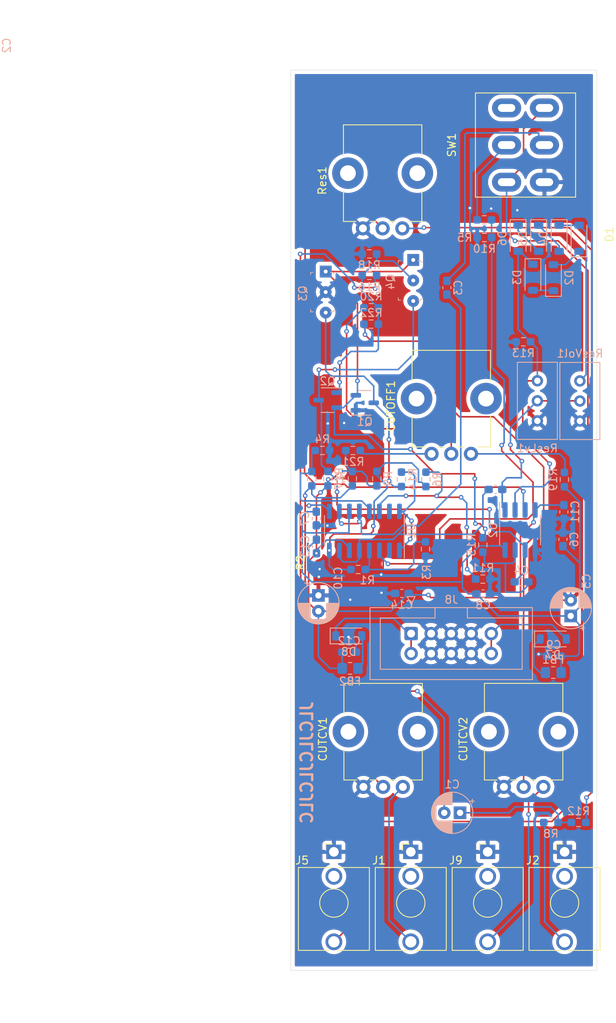
<source format=kicad_pcb>
(kicad_pcb (version 20221018) (generator pcbnew)
  (layers (0 "F.Cu" signal) (31 "B.Cu" signal) (34 "B.Paste" user) (35 "F.Paste" user) (36 "B.SilkS" user "B.Silkscreen") (37 "F.SilkS" user "F.Silkscreen") (38 "B.Mask" user) (39 "F.Mask" user) (44 "Edge.Cuts" user))
  (net 0 "")
  (net 1 "GND")
  (net 2 "/CVIn")
  (net 4 "/FilterOut")
  (net 6 "/FilterIn")
  (net 9 "/LPass")
  (net 10 "/HPass")
  (net 11 "Net-(R12-Pad1)")
  (net 12 "/ResOut")
  (net 13 "Net-(CUTCV1-Pad2)")
  (net 14 "Net-(CUTOFF1-Pad1)")
  (net 15 "Net-(CUTOFF1-Pad2)")
  (net 16 "Net-(CUTOFF1-Pad3)")
  (net 17 "-12V")
  (net 18 "+12V")
  (net 19 "Net-(U1A--)")
  (net 20 "Net-(U1C--)")
  (net 21 "Net-(U1C-+)")
  (net 22 "Net-(R1-Pad2)")
  (net 23 "Net-(U1A-+)")
  (net 24 "Net-(C1-Pad2)")
  (net 25 "/Cutoff")
  (net 26 "Net-(Q2-C)")
  (net 27 "Net-(Q1-E)")
  (net 28 "Net-(C4-Pad1)")
  (net 29 "Net-(Q1-C)")
  (net 30 "Net-(R14-Pad2)")
  (net 31 "Net-(D3-K)")
  (net 32 "/Out1")
  (net 33 "Net-(C2-Pad2)")
  (net 34 "Net-(D1-A)")
  (net 36 "Net-(C2-Pad1)")
  (net 37 "Net-(C3-Pad1)")
  (net 39 "Net-(D5-A)")
  (net 40 "Net-(D4-A)")
  (net 41 "Net-(D2-K)")
  (net 42 "Net-(D1-K)")
  (net 43 "Net-(CUTCV2-Pad2)")
  (net 44 "/CVIn2")
  (net 46 "Net-(D8-A)")
  (net 47 "Net-(D7-K)")
  (net 48 "Net-(D8-K)")
  (net 49 "Net-(D7-A)")
  (footprint "0deS:Pot-bourns-alpha" (layer "F.Cu") (at 48.91 136.07 90)
    (fp_text reference "CUTCV1")
    (fp_text value "100k")
  )
  (footprint "0deS:Thonkiconn" (layer "F.Cu") (at 40.17 144.3)
    (fp_text reference "J5")
    (fp_text value "FilterIn1")
  )
  (footprint "0deS:Pot-bourns-alpha" (layer "F.Cu") (at 48.85 65.3 90)
    (fp_text reference "Res1")
    (fp_text value "100k")
  )
  (footprint "Synth:SW_DPDT_Toggle" (layer "F.Cu") (at 64.46 54.74 90)
    (fp_text reference "SW1")
    (fp_text value "Hpass/Lpass Switch")
  )
  (footprint "0deS:Thonkiconn" (layer "F.Cu") (at 59.663332 144.3)
    (fp_text reference "J9")
    (fp_text value "FilterCV1")
  )
  (footprint "0deS:Pot-bourns-alpha" (layer "F.Cu") (at 57.55 93.87 90)
    (fp_text reference "CUTOFF1")
    (fp_text value "100k")
  )
  (footprint "0deS:Thonkiconn" (layer "F.Cu") (at 69.409998 144.3)
    (fp_text reference "J2")
    (fp_text value "FilterOut1")
  )
  (footprint "0deS:Pot-bourns-alpha" (layer "F.Cu") (at 66.72 136.07 90)
    (fp_text reference "CUTCV2")
    (fp_text value "100k")
  )
  (footprint "0deS:Thonkiconn" (layer "F.Cu") (at 49.916666 144.3)
    (fp_text reference "J1")
    (fp_text value "FilterCV1")
  )
  (footprint "Resistor_SMD:R_0603_1608Metric_Pad0.98x0.95mm_HandSolder" (layer "B.Cu") (at 71.1825 140.57 180)
    (fp_text reference "R12")
    (fp_text value "1k")
  )
  (footprint "Resistor_SMD:R_0603_1608Metric_Pad0.98x0.95mm_HandSolder" (layer "B.Cu") (at 43.2375 108.52 180)
    (fp_text reference "R1")
    (fp_text value "100k")
  )
  (footprint "Resistor_SMD:R_0603_1608Metric_Pad0.98x0.95mm_HandSolder" (layer "B.Cu") (at 42.51 97.0075 -90)
    (fp_text reference "R7")
    (fp_text value "1.8k")
  )
  (footprint "Resistor_SMD:R_0603_1608Metric_Pad0.98x0.95mm_HandSolder" (layer "B.Cu") (at 44.8925 77.43 180)
    (fp_text reference "R22")
    (fp_text value "82k")
  )
  (footprint "Resistor_SMD:R_0603_1608Metric_Pad0.98x0.95mm_HandSolder" (layer "B.Cu") (at 59.0475 109.74 180)
    (fp_text reference "R11")
    (fp_text value "470")
  )
  (footprint "Resistor_SMD:R_0603_1608Metric_Pad0.98x0.95mm_HandSolder" (layer "B.Cu") (at 45.61 97.0075 90)
    (fp_text reference "R9")
    (fp_text value "1.8k")
  )
  (footprint "Resistor_SMD:R_0603_1608Metric_Pad0.98x0.95mm_HandSolder" (layer "B.Cu") (at 67.6775 140.57)
    (fp_text reference "R8")
    (fp_text value "1k")
  )
  (footprint "Resistor_SMD:R_0603_1608Metric_Pad0.98x0.95mm_HandSolder" (layer "B.Cu") (at 51.835 97.0975 90)
    (fp_text reference "R6")
    (fp_text value "100k")
  )
  (footprint "Resistor_SMD:R_0603_1608Metric_Pad0.98x0.95mm_HandSolder" (layer "B.Cu") (at 44.8925 75.35 180)
    (fp_text reference "R20")
    (fp_text value "100k")
  )
  (footprint "Capacitor_THT:CP_Radial_D5.0mm_P2.00mm" (layer "B.Cu") (at 56.16 139.35 180)
    (fp_text reference "C1")
    (fp_text value "10uF")
  )
  (footprint "Resistor_SMD:R_0603_1608Metric_Pad0.98x0.95mm_HandSolder" (layer "B.Cu") (at 59.05 105.4025 -90)
    (fp_text reference "R15")
    (fp_text value "1k")
  )
  (footprint "0deS:SOT-23-BEC" (layer "B.Cu") (at 39.3675 87.06 180)
    (fp_text reference "Q2")
    (fp_text value "BC559")
  )
  (footprint "Resistor_SMD:R_0805_2012Metric_Pad1.20x1.40mm_HandSolder" (layer "B.Cu") (at 42.22 121.05)
    (fp_text reference "FB2")
    (fp_text value "10R")
  )
  (footprint "Capacitor_SMD:C_0603_1608Metric_Pad1.08x0.95mm_HandSolder" (layer "B.Cu") (at 37.96 105.6025 -90)
    (fp_text reference "C13")
    (fp_text value "100nF")
  )
  (footprint "Diode_SMD:D_SOD-123" (layer "B.Cu") (at 42.06 116.94)
    (fp_text reference "D8")
    (fp_text value "D")
  )
  (footprint "Resistor_SMD:R_0603_1608Metric_Pad0.98x0.95mm_HandSolder" (layer "B.Cu") (at 44.6675 71.26)
    (fp_text reference "R16")
    (fp_text value "82k")
  )
  (footprint "Capacitor_SMD:C_0603_1608Metric_Pad1.08x0.95mm_HandSolder" (layer "B.Cu") (at 69.32 101.2225 90)
    (fp_text reference "C11")
    (fp_text value "100nF")
  )
  (footprint "Capacitor_SMD:C_0603_1608Metric_Pad1.08x0.95mm_HandSolder" (layer "B.Cu") (at 68.0375 119.5 180)
    (fp_text reference "C9")
    (fp_text value "100nF")
  )
  (footprint "Potentiometer_THT:Potentiometer_Bourns_3386C_Horizontal" (layer "B.Cu") (at 65.96 89.69)
    (fp_text reference "ResLv1")
    (fp_text value "10k")
  )
  (footprint "Diode_SMD:D_SOD-123" (layer "B.Cu") (at 67.97 117.32)
    (fp_text reference "D7")
    (fp_text value "D")
  )
  (footprint "Capacitor_SMD:C_0603_1608Metric_Pad1.08x0.95mm_HandSolder" (layer "B.Cu") (at 63.9475 110.09 180)
    (fp_text reference "C4")
    (fp_text value "1nF")
  )
  (footprint "Capacitor_SMD:C_0603_1608Metric_Pad1.08x0.95mm_HandSolder" (layer "B.Cu") (at 69.2 104.7025 90)
    (fp_text reference "C6")
    (fp_text value "100nF")
  )
  (footprint "Capacitor_SMD:C_0603_1608Metric_Pad1.08x0.95mm_HandSolder" (layer "B.Cu") (at 48.7825 111.55)
    (fp_text reference "C14")
    (fp_text value "100nF")
  )
  (footprint "Resistor_SMD:R_0603_1608Metric_Pad0.98x0.95mm_HandSolder" (layer "B.Cu") (at 39.41 97.0075 90)
    (fp_text reference "R17")
    (fp_text value "100k")
  )
  (footprint "Package_SO:SOP-8_3.76x4.96mm_P1.27mm" (layer "B.Cu") (at 63.77 103.52 -90)
    (fp_text reference "U2")
    (fp_text value "TL072")
  )
  (footprint "Resistor_SMD:R_0603_1608Metric_Pad0.98x0.95mm_HandSolder" (layer "B.Cu") (at 42.59 93.44)
    (fp_text reference "R21")
    (fp_text value "56k")
  )
  (footprint "0deS:SOT-23-BEC" (layer "B.Cu") (at 44.0825 87.4)
    (fp_text reference "Q1")
    (fp_text value "BC559")
  )
  (footprint "Capacitor_THT:CP_Radial_D5.0mm_P2.00mm" (layer "B.Cu") (at 38.21 111.804888 -90)
    (fp_text reference "C10")
    (fp_text value "10uF")
  )
  (footprint "Resistor_SMD:R_0603_1608Metric_Pad0.98x0.95mm_HandSolder" (layer "B.Cu") (at 37.37 97.01 -90)
    (fp_text reference "R2")
    (fp_text value "100k")
  )
  (footprint "Resistor_SMD:R_0603_1608Metric_Pad0.98x0.95mm_HandSolder" (layer "B.Cu") (at 48.735 97.0975 90)
    (fp_text reference "R14")
    (fp_text value "2.2k")
  )
  (footprint "Capacitor_SMD:C_0603_1608Metric_Pad1.08x0.95mm_HandSolder" (layer "B.Cu") (at 37.94 102.0625 -90)
    (fp_text reference "C7")
    (fp_text value "100nF")
  )
  (footprint "Diode_SMD:D_SOD-123" (layer "B.Cu") (at 65.4 71.4975 -90)
    (fp_text reference "D3")
    (fp_text value "1N4148")
  )
  (footprint "Diode_SMD:D_SOD-123" (layer "B.Cu") (at 71.24 66.54 90)
    (fp_text reference "D1")
    (fp_text value "1N4148")
  )
  (footprint "Connector_IDC:IDC-Header_2x05_P2.54mm_Vertical" (layer "B.Cu") (at 49.96 116.64 -90)
    (fp_text reference "J8")
    (fp_text value "Power Input")
  )
  (footprint "Resistor_SMD:R_0603_1608Metric_Pad0.98x0.95mm_HandSolder" (layer "B.Cu") (at 69.38 97.13 -90)
    (fp_text reference "R19")
    (fp_text value "33k")
  )
  (footprint "Resistor_SMD:R_0603_1608Metric_Pad0.98x0.95mm_HandSolder" (layer "B.Cu") (at 59.2525 66.45)
    (fp_text reference "R10")
    (fp_text value "470")
  )
  (footprint "Potentiometer_THT:Potentiometer_Bourns_3386C_Horizontal" (layer "B.Cu") (at 71.35 84.63 180)
    (fp_text reference "ResVol1")
    (fp_text value "10k")
  )
  (footprint "Diode_SMD:D_SOD-123" (layer "B.Cu") (at 68.72 66.56 -90)
    (fp_text reference "D4")
    (fp_text value "1N4148")
  )
  (footprint "Capacitor_SMD:C_0603_1608Metric_Pad1.08x0.95mm_HandSolder" (layer "B.Cu") (at 60.6475 98.38)
    (fp_text reference "C2")
    (fp_text value "1nF")
  )
  (footprint "Capacitor_SMD:C_0603_1608Metric_Pad1.08x0.95mm_HandSolder" (layer "B.Cu") (at 54.49 72.8125 90)
    (fp_text reference "C3")
    (fp_text value "1nF")
  )
  (footprint "Capacitor_THT:CP_Radial_D5.0mm_P2.00mm" (layer "B.Cu") (at 70.19 114.41 90)
    (fp_text reference "C5")
    (fp_text value "10uF")
  )
  (footprint "Diode_SMD:D_SOD-123" (layer "B.Cu") (at 66.12 66.56 -90)
    (fp_text reference "D5")
    (fp_text value "1N4148")
  )
  (footprint "Capacitor_SMD:C_0603_1608Metric_Pad1.08x0.95mm_HandSolder" (layer "B.Cu") (at 59.0875 111.61)
    (fp_text reference "C8")
    (fp_text value "100nF")
  )
  (footprint "Package_SO:SOIC-16_3.9x9.9mm_P1.27mm" (layer "B.Cu") (at 44.035 103.625 90)
    (fp_text reference "U1")
    (fp_text value "LM13700")
  )
  (footprint "Diode_SMD:D_SOD-123" (layer "B.Cu") (at 68 71.545 90)
    (fp_text reference "D2")
    (fp_text value "1N4148")
  )
  (footprint "Capacitor_SMD:C_0603_1608Metric_Pad1.08x0.95mm_HandSolder" (layer "B.Cu") (at 42.1075 119 180)
    (fp_text reference "C12")
    (fp_text value "100nF")
  )
  (footprint "Resistor_SMD:R_0805_2012Metric_Pad1.20x1.40mm_HandSolder" (layer "B.Cu") (at 67.98 121.58 180)
    (fp_text reference "FB1")
    (fp_text value "10R")
  )
  (footprint "0deS:BC548tht" (layer "B.Cu") (at 50.23 70.63 -90)
    (fp_text reference "Q4")
    (fp_text value "BC559")
  )
  (footprint "Resistor_SMD:R_0603_1608Metric_Pad0.98x0.95mm_HandSolder" (layer "B.Cu") (at 51.78 105.93 90)
    (fp_text reference "R3")
    (fp_text value "470")
  )
  (footprint "Diode_SMD:D_SOD-123" (layer "B.Cu") (at 63.52 66.56 -90)
    (fp_text reference "D6")
    (fp_text value "1N4148")
  )
  (footprint "Resistor_SMD:R_0603_1608Metric_Pad0.98x0.95mm_HandSolder" (layer "B.Cu") (at 38.71 93.44 180)
    (fp_text reference "R4")
    (fp_text value "470")
  )
  (footprint "Resistor_SMD:R_0603_1608Metric_Pad0.98x0.95mm_HandSolder" (layer "B.Cu") (at 64.1875 79.67)
    (fp_text reference "R13")
    (fp_text value "2.2k")
  )
  (footprint "Resistor_SMD:R_0603_1608Metric_Pad0.98x0.95mm_HandSolder" (layer "B.Cu") (at 59.24 64.22)
    (fp_text reference "R5")
    (fp_text value "100k")
  )
  (footprint "0deS:BC548tht" (layer "B.Cu") (at 39.13 72.1 -90)
    (fp_text reference "Q3")
    (fp_text value "BC559")
  )
  (footprint "Resistor_SMD:R_0603_1608Metric_Pad0.98x0.95mm_HandSolder" (layer "B.Cu") (at 44.6675 68.53)
    (fp_text reference "R18")
    (fp_text value "2.2k")
  )
  (gr_rect (start 34.72 45.24) (end 73.5 159.31) (stroke (width 0.05)) (fill none) (layer "Edge.Cuts"))
  (gr_text "JLCJLCJLCJLC" (at 36.74 132.99 90) (layer "B.SilkS") (effects (font (size 1.5 1.5) (thickness 0.3)) (justify mirror)))
  (segment (start 57.49 62.79) (end 60.11 62.79) (width 0.2) (layer "F.Cu") (net 1))
  (segment (start 46.2 111.47) (end 46.42 111.25) (width 0.2) (layer "F.Cu") (net 1))
  (segment (start 46.42 111.25) (end 46.42 102) (width 0.2) (layer "F.Cu") (net 1))
  (segment (start 66.62 113.65) (end 66.1195 114.1505) (width 0.2) (layer "F.Cu") (net 1))
  (segment (start 46.42 102) (end 46.17 101.75) (width 0.2) (layer "F.Cu") (net 1))
  (segment (start 67.86 112.41) (end 66.62 113.65) (width 0.2) (layer "F.Cu") (net 1))
  (segment (start 66.1195 114.1505) (end 66.1195 119.25) (width 0.2) (layer "F.Cu") (net 1))
  (segment (start 70.19 112.41) (end 67.86 112.41) (width 0.2) (layer "F.Cu") (net 1))
  (segment (start 57.42 62.72) (end 57.49 62.79) (width 0.2) (layer "F.Cu") (net 1))
  (segment (start 40.56 101.75) (end 39.35 102.96) (width 0.2) (layer "F.Cu") (net 1))
  (segment (start 46.17 101.75) (end 40.56 101.75) (width 0.2) (layer "F.Cu") (net 1))
  (via (at 46.2 111.47) (size 0.6) (drill 0.3) (layers "F.Cu" "B.Cu") (net 1))
  (via (at 38.36 108.47) (size 0.6) (drill 0.3) (layers "F.Cu" "B.Cu") (net 1))
  (via (at 57.42 62.72) (size 0.6) (drill 0.3) (layers "F.Cu" "B.Cu") (net 1))
  (via (at 66.1195 119.25) (size 0.6) (drill 0.3) (layers "F.Cu" "B.Cu") (net 1))
  (via (at 41.47 89.96) (size 0.6) (drill 0.3) (layers "F.Cu" "B.Cu") (net 1))
  (via (at 60.11 62.79) (size 0.6) (drill 0.3) (layers "F.Cu" "B.Cu") (net 1))
  (via (at 39.4 90.02) (size 0.6) (drill 0.3) (layers "F.Cu" "B.Cu") (net 1))
  (via (at 42.24 112.35) (size 0.6) (drill 0.3) (layers "F.Cu" "B.Cu") (net 1))
  (via (at 38.26 109.45) (size 0.6) (drill 0.3) (layers "F.Cu" "B.Cu") (net 1))
  (via (at 39.35 102.96) (size 0.6) (drill 0.3) (layers "F.Cu" "B.Cu") (net 1))
  (via (at 42.01 117.07) (size 0.6) (drill 0.3) (layers "F.Cu" "B.Cu") (net 1))
  (via (at 46.17 109.17) (size 0.6) (drill 0.3) (layers "F.Cu" "B.Cu") (net 1))
  (via (at 63.42 63) (size 0.6) (drill 0.3) (layers "F.Cu" "B.Cu") (net 1))
  (segment (start 36.98 105.72) (end 36.98 107.91) (width 0.2) (layer "B.Cu") (net 1))
  (segment (start 42.97 118.03) (end 42.01 117.07) (width 0.2) (layer "B.Cu") (net 1))
  (segment (start 66.1195 119.25) (end 66.925 119.25) (width 0.2) (layer "B.Cu") (net 1))
  (segment (start 70.19 110.5725) (end 70.19 112.41) (width 0.2) (layer "B.Cu") (net 1))
  (segment (start 36.98 107.91) (end 37.54 108.47) (width 0.2) (layer "B.Cu") (net 1))
  (segment (start 59.96 109.74) (end 59.96 111.6) (width 0.2) (layer "B.Cu") (net 1))
  (segment (start 65.675 106.0575) (end 70.19 110.5725) (width 0.2) (layer "B.Cu") (net 1))
  (segment (start 37.96 104.74) (end 36.98 105.72) (width 0.2) (layer "B.Cu") (net 1))
  (segment (start 42.97 119) (end 42.97 118.03) (width 0.2) (layer "B.Cu") (net 1))
  (segment (start 58.34 66.45) (end 57.42 65.53) (width 0.2) (layer "B.Cu") (net 1))
  (segment (start 57.42 65.53) (end 57.42 62.72) (width 0.2) (layer "B.Cu") (net 1))
  (segment (start 59.96 111.6) (end 59.95 111.61) (width 0.2) (layer "B.Cu") (net 1))
  (segment (start 37.54 108.47) (end 38.36 108.47) (width 0.2) (layer "B.Cu") (net 1))
  (segment (start 66.925 119.25) (end 67.175 119.5) (width 0.2) (layer "B.Cu") (net 1))
  (segment (start 49.916666 155.7) (end 47.16 152.943334) (width 0.2) (layer "B.Cu") (net 2))
  (segment (start 47.16 137.82) (end 48.91 136.07) (width 0.2) (layer "B.Cu") (net 2))
  (segment (start 47.16 152.943334) (end 47.16 137.82) (width 0.2) (layer "B.Cu") (net 2))
  (segment (start 66.89 140.695) (end 66.765 140.57) (width 0.2) (layer "B.Cu") (net 4))
  (segment (start 69.409998 155.7) (end 66.89 153.180002) (width 0.2) (layer "B.Cu") (net 4))
  (segment (start 66.89 153.180002) (end 66.89 140.695) (width 0.2) (layer "B.Cu") (net 4))
  (segment (start 42.92 152.95) (end 42.94 152.95) (width 0.2) (layer "F.Cu") (net 6))
  (segment (start 67.8 140.45) (end 72.37 135.88) (width 0.2) (layer "F.Cu") (net 6))
  (segment (start 68.6 66.88) (end 63.13 66.88) (width 0.2) (layer "F.Cu") (net 6))
  (segment (start 72.37 70.65) (end 68.6 66.88) (width 0.2) (layer "F.Cu") (net 6))
  (segment (start 64.21 57.29) (end 62.06 59.44) (width 0.2) (layer "F.Cu") (net 6))
  (segment (start 42.94 142.34) (end 44.83 140.45) (width 0.2) (layer "F.Cu") (net 6))
  (segment (start 40.17 155.7) (end 42.92 152.95) (width 0.2) (layer "F.Cu") (net 6))
  (segment (start 42.94 152.95) (end 42.94 142.34) (width 0.2) (layer "F.Cu") (net 6))
  (segment (start 44.83 140.45) (end 67.8 140.45) (width 0.2) (layer "F.Cu") (net 6))
  (segment (start 64.21 52.69) (end 64.21 57.29) (width 0.2) (layer "F.Cu") (net 6))
  (segment (start 72.37 135.88) (end 72.37 70.65) (width 0.2) (layer "F.Cu") (net 6))
  (segment (start 66.86 50.04) (end 64.21 52.69) (width 0.2) (layer "F.Cu") (net 6))
  (via (at 63.13 66.88) (size 0.6) (drill 0.3) (layers "F.Cu" "B.Cu") (net 6))
  (segment (start 62.06 59.44) (end 62.06 65.81) (width 0.2) (layer "B.Cu") (net 6))
  (segment (start 62.06 65.81) (end 63.13 66.88) (width 0.2) (layer "B.Cu") (net 6))
  (segment (start 58.3275 64.22) (end 58.3275 58.4725) (width 0.2) (layer "B.Cu") (net 9))
  (segment (start 58.3275 58.4725) (end 62.06 54.74) (width 0.2) (layer "B.Cu") (net 9))
  (segment (start 56.77 53.41) (end 56.98 53.2) (width 0.2) (layer "B.Cu") (net 10))
  (segment (start 66.13 53.2) (end 66.13 54.01) (width 0.2) (layer "B.Cu") (net 10))
  (segment (start 66.13 54.01) (end 66.86 54.74) (width 0.2) (layer "B.Cu") (net 10))
  (segment (start 54.49 71.95) (end 56.77 69.67) (width 0.2) (layer "B.Cu") (net 10))
  (segment (start 56.77 69.67) (end 56.77 53.41) (width 0.2) (layer "B.Cu") (net 10))
  (segment (start 56.98 53.2) (end 66.13 53.2) (width 0.2) (layer "B.Cu") (net 10))
  (segment (start 70.87 66.09) (end 72.9 68.12) (width 0.2) (layer "F.Cu") (net 11))
  (segment (start 69.98 65.2) (end 70.87 66.09) (width 0.2) (layer "F.Cu") (net 11))
  (segment (start 72.9 136.71) (end 72.19 137.42) (width 0.2) (layer "F.Cu") (net 11))
  (segment (start 72.9 68.12) (end 72.9 84.01) (width 0.2) (layer "F.Cu") (net 11))
  (segment (start 72.9 84.01) (end 72.9 136.71) (width 0.2) (layer "F.Cu") (net 11))
  (segment (start 51.58 65.2) (end 69.98 65.2) (width 0.2) (layer "F.Cu") (net 11))
  (via (at 72.19 137.42) (size 0.6) (drill 0.3) (layers "F.Cu" "B.Cu") (net 11))
  (via (at 51.58 65.2) (size 0.6) (drill 0.3) (layers "F.Cu" "B.Cu") (net 11))
  (segment (start 51.48 65.3) (end 51.58 65.2) (width 0.2) (layer "B.Cu") (net 11))
  (segment (start 48.85 65.3) (end 51.48 65.3) (width 0.2) (layer "B.Cu") (net 11))
  (segment (start 72.19 137.42) (end 72.19 140.475) (width 0.2) (layer "B.Cu") (net 11))
  (segment (start 72.19 140.475) (end 72.095 140.57) (width 0.2) (layer "B.Cu") (net 11))
  (segment (start 63.65 98.09) (end 64.19 98.63) (width 0.2) (layer "F.Cu") (net 12))
  (segment (start 36.45 96.35) (end 37.81 97.71) (width 0.2) (layer "F.Cu") (net 12))
  (segment (start 38.16 63.22) (end 36.52 64.86) (width 0.2) (layer "F.Cu") (net 12))
  (segment (start 41.52 97.71) (end 41.87 98.06) (width 0.2) (layer "F.Cu") (net 12))
  (segment (start 46.35 65.3) (end 44.27 63.22) (width 0.2) (layer "F.Cu") (net 12))
  (segment (start 36.52 79.55) (end 36.45 79.62) (width 0.2) (layer "F.Cu") (net 12))
  (segment (start 36.45 79.62) (end 36.45 96.35) (width 0.2) (layer "F.Cu") (net 12))
  (segment (start 41.87 98.09) (end 63.65 98.09) (width 0.2) (layer "F.Cu") (net 12))
  (segment (start 36.52 64.86) (end 36.52 79.55) (width 0.2) (layer "F.Cu") (net 12))
  (segment (start 37.81 97.71) (end 41.52 97.71) (width 0.2) (layer "F.Cu") (net 12))
  (segment (start 41.87 98.06) (end 41.87 98.09) (width 0.2) (layer "F.Cu") (net 12))
  (segment (start 44.27 63.22) (end 38.16 63.22) (width 0.2) (layer "F.Cu") (net 12))
  (via (at 64.19 98.63) (size 0.6) (drill 0.3) (layers "F.Cu" "B.Cu") (net 12))
  (segment (start 64.19 98.63) (end 64.19 100.7675) (width 0.2) (layer "B.Cu") (net 12))
  (segment (start 64.19 100.7675) (end 64.405 100.9825) (width 0.2) (layer "B.Cu") (net 12))
  (segment (start 35.9295 68.5695) (end 35.9 68.54) (width 0.2) (layer "F.Cu") (net 13))
  (segment (start 46.41 136.07) (end 43.58 133.24) (width 0.2) (layer "F.Cu") (net 13))
  (segment (start 45.26 72.8) (end 45.4 72.94) (width 0.2) (layer "F.Cu") (net 13))
  (segment (start 35.9295 109.1695) (end 35.9295 68.5695) (width 0.2) (layer "F.Cu") (net 13))
  (segment (start 36.66 133.24) (end 35.97 132.55) (width 0.2) (layer "F.Cu") (net 13))
  (segment (start 35.97 109.21) (end 35.9295 109.1695) (width 0.2) (layer "F.Cu") (net 13))
  (segment (start 42.76 72.8) (end 45.26 72.8) (width 0.2) (layer "F.Cu") (net 13))
  (segment (start 35.97 132.55) (end 35.97 109.21) (width 0.2) (layer "F.Cu") (net 13))
  (segment (start 43.58 133.24) (end 36.66 133.24) (width 0.2) (layer "F.Cu") (net 13))
  (via (at 45.4 72.94) (size 0.6) (drill 0.3) (layers "F.Cu" "B.Cu") (net 13))
  (via (at 42.76 72.8) (size 0.6) (drill 0.3) (layers "F.Cu" "B.Cu") (net 13))
  (via (at 35.9 68.54) (size 0.6) (drill 0.3) (layers "F.Cu" "B.Cu") (net 13))
  (segment (start 45.4 72.94) (end 45.4 71.44) (width 0.2) (layer "B.Cu") (net 13))
  (segment (start 35.9 68.54) (end 39 68.54) (width 0.2) (layer "B.Cu") (net 13))
  (segment (start 45.4 71.44) (end 45.58 71.26) (width 0.2) (layer "B.Cu") (net 13))
  (segment (start 42.76 72.3) (end 42.76 72.8) (width 0.2) (layer "B.Cu") (net 13))
  (segment (start 39 68.54) (end 42.76 72.3) (width 0.2) (layer "B.Cu") (net 13))
  (segment (start 57.55 93.87) (end 68.77 93.87) (width 0.2) (layer "B.Cu") (net 14))
  (segment (start 68.77 93.87) (end 69.46 94.56) (width 0.2) (layer "B.Cu") (net 14))
  (segment (start 69.46 94.56) (end 69.46 96.1375) (width 0.2) (layer "B.Cu") (net 14))
  (segment (start 69.46 96.1375) (end 69.38 96.2175) (width 0.2) (layer "B.Cu") (net 14))
  (segment (start 55.05 91.75) (end 55.05 93.87) (width 0.2) (layer "F.Cu") (net 15))
  (segment (start 53.99 90.69) (end 55.05 91.75) (width 0.2) (layer "F.Cu") (net 15))
  (segment (start 41.78 78.35) (end 41.78 88.3) (width 0.2) (layer "F.Cu") (net 15))
  (segment (start 44.17 90.69) (end 53.99 90.69) (width 0.2) (layer "F.Cu") (net 15))
  (segment (start 41.78 88.3) (end 44.17 90.69) (width 0.2) (layer "F.Cu") (net 15))
  (via (at 41.78 78.35) (size 0.6) (drill 0.3) (layers "F.Cu" "B.Cu") (net 15))
  (segment (start 43.98 75.35) (end 41.78 77.55) (width 0.2) (layer "B.Cu") (net 15))
  (segment (start 41.78 77.55) (end 41.78 78.35) (width 0.2) (layer "B.Cu") (net 15))
  (segment (start 43.9325 93.87) (end 52.55 93.87) (width 0.2) (layer "B.Cu") (net 16))
  (segment (start 43.5025 93.44) (end 43.9325 93.87) (width 0.2) (layer "B.Cu") (net 16))
  (segment (start 38.01 113.804888) (end 36.97 112.764888) (width 0.2) (layer "F.Cu") (net 17))
  (segment (start 37.96 99.28) (end 37.96 106.465) (width 0.2) (layer "F.Cu") (net 17))
  (segment (start 36.97 107.27) (end 37.155 107.27) (width 0.2) (layer "F.Cu") (net 17))
  (segment (start 52.14 111.75) (end 52.47 112.08) (width 0.2) (layer "F.Cu") (net 17))
  (segment (start 39.45 97.11) (end 39.96 97.11) (width 0.2) (layer "F.Cu") (net 17))
  (segment (start 52.47 112.08) (end 63.82 112.08) (width 0.2) (layer "F.Cu") (net 17))
  (segment (start 63.82 104.21) (end 65.49 102.54) (width 0.2) (layer "F.Cu") (net 17))
  (segment (start 63.82 112.08) (end 63.82 104.21) (width 0.2) (layer "F.Cu") (net 17))
  (segment (start 38.48 98.76) (end 37.96 99.28) (width 0.2) (layer "F.Cu") (net 17))
  (segment (start 39.96 97.11) (end 41.04 96.03) (width 0.2) (layer "F.Cu") (net 17))
  (segment (start 37.155 107.27) (end 37.96 106.465) (width 0.2) (layer "F.Cu") (net 17))
  (segment (start 38.21 113.804888) (end 38.01 113.804888) (width 0.2) (layer "F.Cu") (net 17))
  (segment (start 36.97 112.764888) (end 36.97 107.27) (width 0.2) (layer "F.Cu") (net 17))
  (via (at 41.04 96.03) (size 0.6) (drill 0.3) (layers "F.Cu" "B.Cu") (net 17))
  (via (at 65.49 102.54) (size 0.6) (drill 0.3) (layers "F.Cu" "B.Cu") (net 17))
  (via (at 39.45 97.11) (size 0.6) (drill 0.3) (layers "F.Cu" "B.Cu") (net 17))
  (via (at 37.96 106.465) (size 0.6) (drill 0.3) (layers "F.Cu" "B.Cu") (net 17))
  (via (at 52.14 111.75) (size 0.6) (drill 0.3) (layers "F.Cu" "B.Cu") (net 17))
  (via (at 38.48 98.76) (size 0.6) (drill 0.3) (layers "F.Cu" "B.Cu") (net 17))
  (segment (start 41.04 96.03) (end 42.445 96.03) (width 0.2) (layer "B.Cu") (net 17))
  (segment (start 39.69 121.05) (end 41.22 121.05) (width 0.2) (layer "B.Cu") (net 17))
  (segment (start 38.21 113.804888) (end 38.21 119.57) (width 0.2) (layer "B.Cu") (net 17))
  (segment (start 39.41 97.15) (end 39.45 97.11) (width 0.2) (layer "B.Cu") (net 17))
  (segment (start 45.61 97.92) (end 44.66 97.92) (width 0.2) (layer "B.Cu") (net 17))
  (segment (start 44.4 96.78) (end 43.715 96.095) (width 0.2) (layer "B.Cu") (net 17))
  (segment (start 42.13 106.1) (end 42.13 105.758604) (width 0.2) (layer "B.Cu") (net 17))
  (segment (start 41.22 119.025) (end 41.245 119) (width 0.2) (layer "B.Cu") (net 17))
  (segment (start 65.49 102.54) (end 65.49 101.1675) (width 0.2) (layer "B.Cu") (net 17))
  (segment (start 39.32 97.92) (end 38.48 98.76) (width 0.2) (layer "B.Cu") (net 17))
  (segment (start 66.32 100.36) (end 69.32 100.36) (width 0.2) (layer "B.Cu") (net 17))
  (segment (start 41.161396 104.79) (end 39.25 104.79) (width 0.2) (layer "B.Cu") (net 17))
  (segment (start 39.25 104.79) (end 37.96 106.08) (width 0.2) (layer "B.Cu") (net 17))
  (segment (start 41.22 121.05) (end 41.22 119.025) (width 0.2) (layer "B.Cu") (net 17))
  (segment (start 42.13 105.758604) (end 41.161396 104.79) (width 0.2) (layer "B.Cu") (net 17))
  (segment (start 42.445 96.03) (end 42.51 96.095) (width 0.2) (layer "B.Cu") (net 17))
  (segment (start 44.4 97.66) (end 44.4 96.78) (width 0.2) (layer "B.Cu") (net 17))
  (segment (start 44.66 97.92) (end 44.4 97.66) (width 0.2) (layer "B.Cu") (net 17))
  (segment (start 49.645 111.55) (end 47.390112 113.804888) (width 0.2) (layer "B.Cu") (net 17))
  (segment (start 41.6775 93.44) (end 41.6775 95.2625) (width 0.2) (layer "B.Cu") (net 17))
  (segment (start 49.645 111.55) (end 49.845 111.75) (width 0.2) (layer "B.Cu") (net 17))
  (segment (start 39.41 97.92) (end 39.41 97.15) (width 0.2) (layer "B.Cu") (net 17))
  (segment (start 49.845 111.75) (end 52.14 111.75) (width 0.2) (layer "B.Cu") (net 17))
  (segment (start 43.715 96.095) (end 42.51 96.095) (width 0.2) (layer "B.Cu") (net 17))
  (segment (start 37.96 106.08) (end 37.96 106.465) (width 0.2) (layer "B.Cu") (net 17))
  (segment (start 38.21 119.57) (end 39.69 121.05) (width 0.2) (layer "B.Cu") (net 17))
  (segment (start 39.41 97.92) (end 39.32 97.92) (width 0.2) (layer "B.Cu") (net 17))
  (segment (start 65.49 101.1675) (end 65.675 100.9825) (width 0.2) (layer "B.Cu") (net 17))
  (segment (start 65.675 100.9825) (end 65.6975 100.9825) (width 0.2) (layer "B.Cu") (net 17))
  (segment (start 65.6975 100.9825) (end 66.32 100.36) (width 0.2) (layer "B.Cu") (net 17))
  (segment (start 47.390112 113.804888) (end 38.21 113.804888) (width 0.2) (layer "B.Cu") (net 17))
  (segment (start 41.6775 95.2625) (end 42.51 96.095) (width 0.2) (layer "B.Cu") (net 17))
  (segment (start 69.2 105.565) (end 71.34 107.705) (width 0.2) (layer "B.Cu") (net 18))
  (segment (start 57.21 111.61) (end 58.225 111.61) (width 0.2) (layer "B.Cu") (net 18))
  (segment (start 71.34 107.705) (end 71.34 113.26) (width 0.2) (layer "B.Cu") (net 18))
  (segment (start 36.15 101.81) (end 36.15 103.21) (width 0.2) (layer "B.Cu") (net 18))
  (segment (start 36.15 103.52) (end 36.51 103.88) (width 0.2) (layer "B.Cu") (net 18))
  (segment (start 68.9 119.5) (end 70.95 119.5) (width 0.2) (layer "B.Cu") (net 18))
  (segment (start 69.38 98.0425) (end 71.34 100.0025) (width 0.2) (layer "B.Cu") (net 18))
  (segment (start 58.225 111.61) (end 61.025 114.41) (width 0.2) (layer "B.Cu") (net 18))
  (segment (start 37.34 110.09) (end 36.15 108.9) (width 0.2) (layer "B.Cu") (net 18))
  (segment (start 56.46 110.09) (end 56.46 110.86) (width 0.2) (layer "B.Cu") (net 18))
  (segment (start 36.76 101.2) (end 36.15 101.81) (width 0.2) (layer "B.Cu") (net 18))
  (segment (start 56.46 107.65736) (end 56.46 110.09) (width 0.2) (layer "B.Cu") (net 18))
  (segment (start 36.51 103.88) (end 42.08 103.88) (width 0.2) (layer "B.Cu") (net 18))
  (segment (start 71.34 100.0025) (end 71.34 107.705) (width 0.2) (layer "B.Cu") (net 18))
  (segment (start 68.98 119.58) (end 68.9 119.5) (width 0.2) (layer "B.Cu") (net 18))
  (segment (start 56.46 110.86) (end 57.21 111.61) (width 0.2) (layer "B.Cu") (net 18))
  (segment (start 56.46 110.09) (end 37.34 110.09) (width 0.2) (layer "B.Cu") (net 18))
  (segment (start 71.26 115.48) (end 70.19 114.41) (width 0.2) (layer "B.Cu") (net 18))
  (segment (start 61.865 106.0575) (end 61.335 105.5275) (width 0.2) (layer "B.Cu") (net 18))
  (segment (start 68.98 121.58) (end 68.98 119.58) (width 0.2) (layer "B.Cu") (net 18))
  (segment (start 71.34 113.26) (end 70.19 114.41) (width 0.2) (layer "B.Cu") (net 18))
  (segment (start 70.95 119.5) (end 71.26 119.19) (width 0.2) (layer "B.Cu") (net 18))
  (segment (start 71.26 119.19) (end 71.26 115.48) (width 0.2) (layer "B.Cu") (net 18))
  (segment (start 61.335 105.5275) (end 58.58986 105.5275) (width 0.2) (layer "B.Cu") (net 18))
  (segment (start 42.13 101.491396) (end 42.13 101.15) (width 0.2) (layer "B.Cu") (net 18))
  (segment (start 42.08 103.88) (end 42.08 101.541396) (width 0.2) (layer "B.Cu") (net 18))
  (segment (start 61.025 114.41) (end 70.19 114.41) (width 0.2) (layer "B.Cu") (net 18))
  (segment (start 37.94 101.2) (end 36.76 101.2) (width 0.2) (layer "B.Cu") (net 18))
  (segment (start 36.15 108.9) (end 36.15 103.21) (width 0.2) (layer "B.Cu") (net 18))
  (segment (start 42.08 101.541396) (end 42.13 101.491396) (width 0.2) (layer "B.Cu") (net 18))
  (segment (start 58.58986 105.5275) (end 56.46 107.65736) (width 0.2) (layer "B.Cu") (net 18))
  (segment (start 36.15 103.21) (end 36.15 103.52) (width 0.2) (layer "B.Cu") (net 18))
  (segment (start 36.13 99.83) (end 35.93 99.63) (width 0.2) (layer "B.Cu") (net 19))
  (segment (start 44.67 100.808604) (end 43.691396 99.83) (width 0.2) (layer "B.Cu") (net 19))
  (segment (start 43.691396 99.83) (end 36.13 99.83) (width 0.2) (layer "B.Cu") (net 19))
  (segment (start 35.93 99.63) (end 35.93 96.34) (width 0.2) (layer "B.Cu") (net 19))
  (segment (start 37.1275 96.34) (end 37.37 96.0975) (width 0.2) (layer "B.Cu") (net 19))
  (segment (start 35.93 96.34) (end 37.1275 96.34) (width 0.2) (layer "B.Cu") (net 19))
  (segment (start 44.67 101.15) (end 44.67 100.808604) (width 0.2) (layer "B.Cu") (net 19))
  (segment (start 37.37 96.0975) (end 37.37 93.8675) (width 0.2) (layer "B.Cu") (net 19))
  (segment (start 37.37 93.8675) (end 37.7975 93.44) (width 0.2) (layer "B.Cu") (net 19))
  (segment (start 44.15 108.52) (end 44.67 108) (width 0.2) (layer "B.Cu") (net 20))
  (segment (start 50.5825 105.0175) (end 51.78 105.0175) (width 0.2) (layer "B.Cu") (net 20))
  (segment (start 44.15 108.52) (end 49.56 108.52) (width 0.2) (layer "B.Cu") (net 20))
  (segment (start 49.56 108.52) (end 50.29 107.79) (width 0.2) (layer "B.Cu") (net 20))
  (segment (start 50.29 107.79) (end 50.29 105.31) (width 0.2) (layer "B.Cu") (net 20))
  (segment (start 50.29 105.31) (end 50.5825 105.0175) (width 0.2) (layer "B.Cu") (net 20))
  (segment (start 44.67 108) (end 44.67 106.1) (width 0.2) (layer "B.Cu") (net 20))
  (segment (start 53.59 103.4) (end 54.88 102.11) (width 0.2) (layer "F.Cu") (net 21))
  (segment (start 54.88 102.11) (end 64.75 102.11) (width 0.2) (layer "F.Cu") (net 21))
  (segment (start 65.41 97.46) (end 61.44 93.49) (width 0.2) (layer "F.Cu") (net 21))
  (segment (start 65.41 101.45) (end 65.41 97.46) (width 0.2) (layer "F.Cu") (net 21))
  (segment (start 53.59 107.6) (end 53.39 107.8) (width 0.2) (layer "F.Cu") (net 21))
  (segment (start 61.44 93.49) (end 61.44 92.77) (width 0.2) (layer "F.Cu") (net 21))
  (segment (start 53.59 103.37) (end 53.59 103.4) (width 0.2) (layer "F.Cu") (net 21))
  (segment (start 53.39 107.8) (end 47.02 107.8) (width 0.2) (layer "F.Cu") (net 21))
  (segment (start 64.75 102.11) (end 65.41 101.45) (width 0.2) (layer "F.Cu") (net 21))
  (segment (start 53.59 103.4) (end 53.59 107.6) (width 0.2) (layer "F.Cu") (net 21))
  (via (at 47.02 107.8) (size 0.6) (drill 0.3) (layers "F.Cu" "B.Cu") (net 21))
  (via (at 61.44 92.77) (size 0.6) (drill 0.3) (layers "F.Cu" "B.Cu") (net 21))
  (segment (start 60.165 82.902308) (end 61.75 84.487308) (width 0.2) (layer "B.Cu") (net 21))
  (segment (start 61.75 84.487308) (end 61.75 92.46) (width 0.2) (layer "B.Cu") (net 21))
  (segment (start 60.1525 66.4375) (end 60.165 66.45) (width 0.2) (layer "B.Cu") (net 21))
  (segment (start 60.1525 64.22) (end 60.1525 66.4375) (width 0.2) (layer "B.Cu") (net 21))
  (segment (start 47.02 107.8) (end 45.94 106.72) (width 0.2) (layer "B.Cu") (net 21))
  (segment (start 61.75 92.46) (end 61.44 92.77) (width 0.2) (layer "B.Cu") (net 21))
  (segment (start 45.94 106.72) (end 45.94 106.1) (width 0.2) (layer "B.Cu") (net 21))
  (segment (start 46.11 105.93) (end 45.94 106.1) (width 0.2) (layer "B.Cu") (net 21))
  (segment (start 61.33 92.88) (end 61.44 92.77) (width 0.2) (layer "B.Cu") (net 21))
  (segment (start 60.165 66.45) (end 60.165 82.902308) (width 0.2) (layer "B.Cu") (net 21))
  (segment (start 40.15 104.01) (end 39.66 104.5) (width 0.2) (layer "F.Cu") (net 22))
  (segment (start 39.66 106.03) (end 39.59 106.1) (width 0.2) (layer "F.Cu") (net 22))
  (segment (start 45.16 103.02) (end 45.16 103.66) (width 0.2) (layer "F.Cu") (net 22))
  (segment (start 44.81 104.01) (end 40.15 104.01) (width 0.2) (layer "F.Cu") (net 22))
  (segment (start 45.16 103.66) (end 44.81 104.01) (width 0.2) (layer "F.Cu") (net 22))
  (segment (start 39.66 104.5) (end 39.66 106.03) (width 0.2) (layer "F.Cu") (net 22))
  (via (at 39.59 106.1) (size 0.6) (drill 0.3) (layers "F.Cu" "B.Cu") (net 22))
  (via (at 45.16 103.02) (size 0.6) (drill 0.3) (layers "F.Cu" "B.Cu") (net 22))
  (segment (start 40.05 108.52) (end 39.59 108.06) (width 0.2) (layer "B.Cu") (net 22))
  (segment (start 45.27 102.91) (end 45.16 103.02) (width 0.2) (layer "B.Cu") (net 22))
  (segment (start 46.685 95.02) (end 50.05 95.02) (width 0.2) (layer "B.Cu") (net 22))
  (segment (start 45.61 96.095) (end 46.685 95.02) (width 0.2) (layer "B.Cu") (net 22))
  (segment (start 51.835 98.01) (end 51.275 97.45) (width 0.2) (layer "B.Cu") (net 22))
  (segment (start 50.05 95.02) (end 50.89 95.86) (width 0.2) (layer "B.Cu") (net 22))
  (segment (start 45.61 96.578529) (end 46.894314 97.862843) (width 0.2) (layer "B.Cu") (net 22))
  (segment (start 39.59 108.06) (end 39.59 106.1) (width 0.2) (layer "B.Cu") (net 22))
  (segment (start 42.325 108.52) (end 40.05 108.52) (width 0.2) (layer "B.Cu") (net 22))
  (segment (start 45.27 99.89) (end 45.27 102.91) (width 0.2) (layer "B.Cu") (net 22))
  (segment (start 51.275 97.45) (end 50.89 97.45) (width 0.2) (layer "B.Cu") (net 22))
  (segment (start 46.894314 97.862843) (end 46.894314 98.265686) (width 0.2) (layer "B.Cu") (net 22))
  (segment (start 50.89 95.86) (end 50.89 97.45) (width 0.2) (layer "B.Cu") (net 22))
  (segment (start 45.61 96.095) (end 45.61 96.578529) (width 0.2) (layer "B.Cu") (net 22))
  (segment (start 46.894314 98.265686) (end 45.27 99.89) (width 0.2) (layer "B.Cu") (net 22))
  (segment (start 49.3 99.19) (end 53.18 99.19) (width 0.2) (layer "F.Cu") (net 23))
  (segment (start 57.0595 108.48) (end 57.0595 103.7895) (width 0.2) (layer "F.Cu") (net 23))
  (segment (start 57.0595 103.7895) (end 57.0595 103.2195) (width 0.2) (layer "F.Cu") (net 23))
  (segment (start 57.0595 103.2195) (end 57.01 103.17) (width 0.2) (layer "F.Cu") (net 23))
  (segment (start 53.18 99.19) (end 53.19 99.2) (width 0.2) (layer "F.Cu") (net 23))
  (segment (start 53.36 99.37) (end 53.19 99.2) (width 0.2) (layer "F.Cu") (net 23))
  (segment (start 56.29 99.37) (end 53.36 99.37) (width 0.2) (layer "F.Cu") (net 23))
  (via (at 57.01 103.17) (size 0.6) (drill 0.3) (layers "F.Cu" "B.Cu") (net 23))
  (via (at 53.19 99.2) (size 0.6) (drill 0.3) (layers "F.Cu" "B.Cu") (net 23))
  (via (at 57.0595 108.48) (size 0.6) (drill 0.3) (layers "F.Cu" "B.Cu") (net 23))
  (via (at 56.29 99.37) (size 0.6) (drill 0.3) (layers "F.Cu" "B.Cu") (net 23))
  (via (at 49.3 99.19) (size 0.6) (drill 0.3) (layers "F.Cu" "B.Cu") (net 23))
  (segment (start 45.94 100.31) (end 47.06 99.19) (width 0.2) (layer "B.Cu") (net 23))
  (segment (start 47.06 99.19) (end 49.3 99.19) (width 0.2) (layer "B.Cu") (net 23))
  (segment (start 57.01 103.17) (end 57.01 100.09) (width 0.2) (layer "B.Cu") (net 23))
  (segment (start 45.94 101.15) (end 45.94 100.31) (width 0.2) (layer "B.Cu") (net 23))
  (segment (start 53.84 96.58) (end 53.445 96.185) (width 0.2) (layer "B.Cu") (net 23))
  (segment (start 53.445 96.185) (end 51.835 96.185) (width 0.2) (layer "B.Cu") (net 23))
  (segment (start 53.84 98.55) (end 53.84 96.58) (width 0.2) (layer "B.Cu") (net 23))
  (segment (start 57.01 100.09) (end 56.29 99.37) (width 0.2) (layer "B.Cu") (net 23))
  (segment (start 53.19 99.2) (end 53.84 98.55) (width 0.2) (layer "B.Cu") (net 23))
  (segment (start 58.135 109.5555) (end 57.0595 108.48) (width 0.2) (layer "B.Cu") (net 23))
  (segment (start 58.135 109.74) (end 58.135 109.5555) (width 0.2) (layer "B.Cu") (net 23))
  (segment (start 37.74 123.39) (end 36.5295 122.1795) (width 0.2) (layer "F.Cu") (net 24))
  (segment (start 36.609 100.4295) (end 36.5295 100.35) (width 0.2) (layer "F.Cu") (net 24))
  (segment (start 37.01 100.4295) (end 36.609 100.4295) (width 0.2) (layer "F.Cu") (net 24))
  (segment (start 36.5295 122.1795) (end 36.5295 100.35) (width 0.2) (layer "F.Cu") (net 24))
  (segment (start 50.74 123.93) (end 38.28 123.93) (width 0.2) (layer "F.Cu") (net 24))
  (segment (start 36.5295 100.35) (end 36.5295 99.17) (width 0.2) (layer "F.Cu") (net 24))
  (segment (start 38.28 123.93) (end 37.74 123.39) (width 0.2) (layer "F.Cu") (net 24))
  (via (at 36.5295 99.17) (size 0.6) (drill 0.3) (layers "F.Cu" "B.Cu") (net 24))
  (via (at 50.74 123.93) (size 0.6) (drill 0.3) (layers "F.Cu" "B.Cu") (net 24))
  (via (at 37.01 100.4295) (size 0.6) (drill 0.3) (layers "F.Cu" "B.Cu") (net 24))
  (segment (start 38.8025 100.3625) (end 37.077 100.3625) (width 0.2) (layer "B.Cu") (net 24))
  (segment (start 36.5295 99.17) (end 36.5295 98.763) (width 0.2) (layer "B.Cu") (net 24))
  (segment (start 54.16 139.35) (end 54.16 127.35) (width 0.2) (layer "B.Cu") (net 24))
  (segment (start 37.83 99.43) (end 37.37 98.97) (width 0.2) (layer "B.Cu") (net 24))
  (segment (start 39.59 101.15) (end 38.8025 100.3625) (width 0.2) (layer "B.Cu") (net 24))
  (segment (start 41 99.43) (end 37.83 99.43) (width 0.2) (layer "B.Cu") (net 24))
  (segment (start 37.077 100.3625) (end 37.01 100.4295) (width 0.2) (layer "B.Cu") (net 24))
  (segment (start 36.5295 98.763) (end 37.37 97.9225) (width 0.2) (layer "B.Cu") (net 24))
  (segment (start 54.16 127.35) (end 50.74 123.93) (width 0.2) (layer "B.Cu") (net 24))
  (segment (start 42.51 97.92) (end 41 99.43) (width 0.2) (layer "B.Cu") (net 24))
  (segment (start 37.37 98.97) (end 37.37 97.9225) (width 0.2) (layer "B.Cu") (net 24))
  (segment (start 40.91 82.31) (end 40.91 84.76) (width 0.2) (layer "F.Cu") (net 25))
  (segment (start 40.91 84.76) (end 40.89 84.78) (width 0.2) (layer "F.Cu") (net 25))
  (via (at 40.89 84.78) (size 0.6) (drill 0.3) (layers "F.Cu" "B.Cu") (net 25))
  (via (at 40.91 82.31) (size 0.6) (drill 0.3) (layers "F.Cu" "B.Cu") (net 25))
  (segment (start 45.58 68.53) (end 45.58 69.435) (width 0.2) (layer "B.Cu") (net 25))
  (segment (start 45.58 69.435) (end 47.765 69.435) (width 0.2) (layer "B.Cu") (net 25))
  (segment (start 45.805 80.605) (end 45.52 80.89) (width 0.2) (layer "B.Cu") (net 25))
  (segment (start 43.755 71.26) (end 43.755 73.3) (width 0.2) (layer "B.Cu") (net 25))
  (segment (start 40.89 84.78) (end 40.89 85.725) (width 0.2) (layer "B.Cu") (net 25))
  (segment (start 42.33 80.89) (end 40.91 82.31) (width 0.2) (layer "B.Cu") (net 25))
  (segment (start 43.755 73.3) (end 45.805 75.35) (width 0.2) (layer "B.Cu") (net 25))
  (segment (start 45.805 77.43) (end 45.805 75.35) (width 0.2) (layer "B.Cu") (net 25))
  (segment (start 47.765 69.435) (end 50.23 71.9) (width 0.2) (layer "B.Cu") (net 25))
  (segment (start 45.52 80.89) (end 42.33 80.89) (width 0.2) (layer "B.Cu") (net 25))
  (segment (start 40.89 85.725) (end 40.505 86.11) (width 0.2) (layer "B.Cu") (net 25))
  (segment (start 45.805 77.43) (end 45.805 80.605) (width 0.2) (layer "B.Cu") (net 25))
  (segment (start 45.58 69.435) (end 43.755 71.26) (width 0.2) (layer "B.Cu") (net 25))
  (segment (start 40.57 100.35) (end 41.11 100.89) (width 0.2) (layer "F.Cu") (net 26))
  (segment (start 40.3 83.19) (end 38.3 83.19) (width 0.2) (layer "F.Cu") (net 26))
  (segment (start 41.11 100.89) (end 59.89 100.89) (width 0.2) (layer "F.Cu") (net 26))
  (segment (start 40.57 98.6895) (end 40.57 100.35) (width 0.2) (layer "F.Cu") (net 26))
  (segment (start 38.3 83.19) (end 38.28 83.21) (width 0.2) (layer "F.Cu") (net 26))
  (via (at 40.3 83.19) (size 0.6) (drill 0.3) (layers "F.Cu" "B.Cu") (net 26))
  (via (at 40.57 98.6895) (size 0.6) (drill 0.3) (layers "F.Cu" "B.Cu") (net 26))
  (via (at 59.89 100.89) (size 0.6) (drill 0.3) (layers "F.Cu" "B.Cu") (net 26))
  (via (at 38.28 83.21) (size 0.6) (drill 0.3) (layers "F.Cu" "B.Cu") (net 26))
  (segment (start 48.31 83.19) (end 40.3 83.19) (width 0.2) (layer "B.Cu") (net 26))
  (segment (start 59.89 103.1) (end 59.89 100.89) (width 0.2) (layer "B.Cu") (net 26))
  (segment (start 48.76 82.74) (end 48.31 83.19) (width 0.2) (layer "B.Cu") (net 26))
  (segment (start 50.23 74.5) (end 50.23 81.27) (width 0.2) (layer "B.Cu") (net 26))
  (segment (start 50.23 81.27) (end 48.76 82.74) (width 0.2) (layer "B.Cu") (net 26))
  (segment (start 38.23 87.06) (end 38.585 87.415) (width 0.2) (layer "B.Cu") (net 26))
  (segment (start 62.449074 103.73) (end 60.52 103.73) (width 0.2) (layer "B.Cu") (net 26))
  (segment (start 40.57 97.255) (end 39.41 96.095) (width 0.2) (layer "B.Cu") (net 26))
  (segment (start 60.52 103.73) (end 59.89 103.1) (width 0.2) (layer "B.Cu") (net 26))
  (segment (start 40.57 98.6895) (end 40.57 97.255) (width 0.2) (layer "B.Cu") (net 26))
  (segment (start 38.585 87.415) (end 38.585 95.27) (width 0.2) (layer "B.Cu") (net 26))
  (segment (start 38.28 87.01) (end 38.23 87.06) (width 0.2) (layer "B.Cu") (net 26))
  (segment (start 63.085 110.09) (end 64.405 108.77) (width 0.2) (layer "B.Cu") (net 26))
  (segment (start 64.405 108.77) (end 64.405 106.0575) (width 0.2) (layer "B.Cu") (net 26))
  (segment (start 38.585 95.27) (end 39.41 96.095) (width 0.2) (layer "B.Cu") (net 26))
  (segment (start 64.405 105.685926) (end 62.449074 103.73) (width 0.2) (layer "B.Cu") (net 26))
  (segment (start 64.405 106.0575) (end 64.405 105.685926) (width 0.2) (layer "B.Cu") (net 26))
  (segment (start 38.28 83.21) (end 38.28 87.01) (width 0.2) (layer "B.Cu") (net 26))
  (segment (start 39.13 70.77) (end 43.16 74.8) (width 0.2) (layer "F.Cu") (net 27))
  (segment (start 48.76 70.77) (end 50.23 69.3) (width 0.2) (layer "F.Cu") (net 27))
  (segment (start 58.69359 102.7095) (end 59.355956 103.371866) (width 0.2) (layer "F.Cu") (net 27))
  (segment (start 58.11 102.7095) (end 58.69359 102.7095) (width 0.2) (layer "F.Cu") (net 27))
  (segment (start 49.88 93.2705) (end 52.9995 96.39) (width 0.2) (layer "F.Cu") (net 27))
  (segment (start 43.16 74.8) (end 43.16 84.63) (width 0.2) (layer "F.Cu") (net 27))
  (segment (start 39.13 70.77) (end 48.76 70.77) (width 0.2) (layer "F.Cu") (net 27))
  (segment (start 52.9995 96.39) (end 58.03 96.39) (width 0.2) (layer "F.Cu") (net 27))
  (segment (start 58.03 96.39) (end 58.03 97.01) (width 0.2) (layer "F.Cu") (net 27))
  (via (at 58.11 102.7095) (size 0.6) (drill 0.3) (layers "F.Cu" "B.Cu") (net 27))
  (via (at 58.03 97.01) (size 0.6) (drill 0.3) (layers "F.Cu" "B.Cu") (net 27))
  (via (at 49.88 93.2705) (size 0.6) (drill 0.3) (layers "F.Cu" "B.Cu") (net 27))
  (via (at 59.355956 103.371866) (size 0.6) (drill 0.3) (layers "F.Cu" "B.Cu") (net 27))
  (via (at 43.16 84.63) (size 0.6) (drill 0.3) (layers "F.Cu" "B.Cu") (net 27))
  (segment (start 40.505 88.01) (end 40.24 88.275) (width 0.2) (layer "B.Cu") (net 27))
  (segment (start 40.24 91.45) (end 44.55 91.45) (width 0.2) (layer "B.Cu") (net 27))
  (segment (start 40.24 88.275) (end 40.24 91.45) (width 0.2) (layer "B.Cu") (net 27))
  (segment (start 43.16 84.63) (end 43.16 86.235) (width 0.2) (layer "B.Cu") (net 27))
  (segment (start 43.16 86.235) (end 42.945 86.45) (width 0.2) (layer "B.Cu") (net 27))
  (segment (start 45.9 92.8) (end 46.3705 93.2705) (width 0.2) (layer "B.Cu") (net 27))
  (segment (start 58.03 102.6295) (end 58.11 102.7095) (width 0.2) (layer "B.Cu") (net 27))
  (segment (start 58.03 97.01) (end 58.03 102.6295) (width 0.2) (layer "B.Cu") (net 27))
  (segment (start 40.505 88.01) (end 41.385 88.01) (width 0.2) (layer "B.Cu") (net 27))
  (segment (start 46.3705 93.2705) (end 49.88 93.2705) (width 0.2) (layer "B.Cu") (net 27))
  (segment (start 41.385 88.01) (end 42.945 86.45) (width 0.2) (layer "B.Cu") (net 27))
  (segment (start 44.55 91.45) (end 45.9 92.8) (width 0.2) (layer "B.Cu") (net 27))
  (segment (start 59.355956 103.371866) (end 59.355956 104.184044) (width 0.2) (layer "B.Cu") (net 27))
  (segment (start 59.355956 104.184044) (end 59.05 104.49) (width 0.2) (layer "B.Cu") (net 27))
  (segment (start 61.91 107.74) (end 62.81 107.74) (width 0.2) (layer "B.Cu") (net 28))
  (segment (start 62.06 111.4) (end 61.91 111.25) (width 0.2) (layer "B.Cu") (net 28))
  (segment (start 59.25 107.74) (end 61.91 107.74) (width 0.2) (layer "B.Cu") (net 28))
  (segment (start 64.81 110.51) (end 63.92 111.4) (width 0.2) (layer "B.Cu") (net 28))
  (segment (start 59.25 106.515) (end 59.25 107.74) (width 0.2) (layer "B.Cu") (net 28))
  (segment (start 63.92 111.4) (end 62.06 111.4) (width 0.2) (layer "B.Cu") (net 28))
  (segment (start 62.81 107.74) (end 63.135 107.415) (width 0.2) (layer "B.Cu") (net 28))
  (segment (start 59.05 106.315) (end 59.25 106.515) (width 0.2) (layer "B.Cu") (net 28))
  (segment (start 61.91 111.25) (end 61.91 107.74) (width 0.2) (layer "B.Cu") (net 28))
  (segment (start 63.135 107.415) (end 63.135 106.0575) (width 0.2) (layer "B.Cu") (net 28))
  (segment (start 64.81 110.09) (end 64.81 110.51) (width 0.2) (layer "B.Cu") (net 28))
  (segment (start 47.15 92.05) (end 47.15 97.27) (width 0.2) (layer "F.Cu") (net 29))
  (segment (start 47.15 97.27) (end 47.17 97.29) (width 0.2) (layer "F.Cu") (net 29))
  (via (at 47.15 92.05) (size 0.6) (drill 0.3) (layers "F.Cu" "B.Cu") (net 29))
  (via (at 47.17 97.29) (size 0.6) (drill 0.3) (layers "F.Cu" "B.Cu") (net 29))
  (segment (start 43.98 84.03) (end 39.81 84.03) (width 0.2) (layer "B.Cu") (net 29))
  (segment (start 47.17 97.44) (end 47.74 98.01) (width 0.2) (layer "B.Cu") (net 29))
  (segment (start 45.22 87.4) (end 47.15 89.33) (width 0.2) (layer "B.Cu") (net 29))
  (segment (start 47.17 97.29) (end 47.17 97.44) (width 0.2) (layer "B.Cu") (net 29))
  (segment (start 45.22 87.4) (end 45.22 85.27) (width 0.2) (layer "B.Cu") (net 29))
  (segment (start 47.74 98.01) (end 48.735 98.01) (width 0.2) (layer "B.Cu") (net 29))
  (segment (start 47.15 89.33) (end 47.15 92.05) (width 0.2) (layer "B.Cu") (net 29))
  (segment (start 45.22 85.27) (end 43.98 84.03) (width 0.2) (layer "B.Cu") (net 29))
  (segment (start 39.13 83.35) (end 39.13 75.97) (width 0.2) (layer "B.Cu") (net 29))
  (segment (start 39.81 84.03) (end 39.13 83.35) (width 0.2) (layer "B.Cu") (net 29))
  (segment (start 50.01 102.35) (end 50.01 104.49) (width 0.2) (layer "F.Cu") (net 30))
  (segment (start 50.01 104.49) (end 49.84 104.66) (width 0.2) (layer "F.Cu") (net 30))
  (via (at 49.84 104.66) (size 0.6) (drill 0.3) (layers "F.Cu" "B.Cu") (net 30))
  (via (at 50.01 102.35) (size 0.6) (drill 0.3) (layers "F.Cu" "B.Cu") (net 30))
  (segment (start 49.09 101.15) (end 50.4 99.84) (width 0.2) (layer "B.Cu") (net 30))
  (segment (start 48.48 101.15) (end 49.09 101.15) (width 0.2) (layer "B.Cu") (net 30))
  (segment (start 50.4 99.84) (end 50.4 96.66) (width 0.2) (layer "B.Cu") (net 30))
  (segment (start 49.925 96.185) (end 48.735 96.185) (width 0.2) (layer "B.Cu") (net 30))
  (segment (start 48.81 101.15) (end 50.01 102.35) (width 0.2) (layer "B.Cu") (net 30))
  (segment (start 49.84 104.66) (end 49.84 104.74) (width 0.2) (layer "B.Cu") (net 30))
  (segment (start 49.84 104.74) (end 48.48 106.1) (width 0.2) (layer "B.Cu") (net 30))
  (segment (start 48.48 101.15) (end 48.81 101.15) (width 0.2) (layer "B.Cu") (net 30))
  (segment (start 50.4 96.66) (end 49.925 96.185) (width 0.2) (layer "B.Cu") (net 30))
  (segment (start 64.11 91.71) (end 64.11 85.31) (width 0.2) (layer "F.Cu") (net 31))
  (segment (start 64.81 84.61) (end 65.96 84.61) (width 0.2) (layer "F.Cu") (net 31))
  (segment (start 67.52 95.12) (end 64.11 91.71) (width 0.2) (layer "F.Cu") (net 31))
  (segment (start 64.11 85.31) (end 64.81 84.61) (width 0.2) (layer "F.Cu") (net 31))
  (via (at 67.52 95.12) (size 0.6) (drill 0.3) (layers "F.Cu" "B.Cu") (net 31))
  (segment (start 63.135 100.9825) (end 63.135 98.836471) (width 0.2) (layer "B.Cu") (net 31))
  (segment (start 63.52 78.09) (end 63.52 68.21) (width 0.2) (layer "B.Cu") (net 31))
  (segment (start 63.135 98.836471) (end 63.47 98.501471) (width 0.2) (layer "B.Cu") (net 31))
  (segment (start 66.74 98.03) (end 66.92 97.85) (width 0.2) (layer "B.Cu") (net 31))
  (segment (start 65.96 80.53) (end 65.1 79.67) (width 0.2) (layer "B.Cu") (net 31))
  (segment (start 67.52 97.25) (end 67.52 95.12) (width 0.2) (layer "B.Cu") (net 31))
  (segment (start 66.92 97.85) (end 67.52 97.25) (width 0.2) (layer "B.Cu") (net 31))
  (segment (start 65.1 79.67) (end 63.52 78.09) (width 0.2) (layer "B.Cu") (net 31))
  (segment (start 63.93 98.03) (end 66.74 98.03) (width 0.2) (layer "B.Cu") (net 31))
  (segment (start 65.96 84.61) (end 65.96 80.53) (width 0.2) (layer "B.Cu") (net 31))
  (segment (start 63.7625 68.21) (end 65.4 69.8475) (width 0.2) (layer "B.Cu") (net 31))
  (segment (start 63.52 68.21) (end 63.7625 68.21) (width 0.2) (layer "B.Cu") (net 31))
  (segment (start 63.47 98.501471) (end 63.47 98.49) (width 0.2) (layer "B.Cu") (net 31))
  (segment (start 63.47 98.49) (end 63.93 98.03) (width 0.2) (layer "B.Cu") (net 31))
  (segment (start 68.59 140.57) (end 70.27 140.57) (width 0.2) (layer "B.Cu") (net 32))
  (segment (start 68.59 139.53) (end 68.59 140.57) (width 0.2) (layer "B.Cu") (net 32))
  (segment (start 67.66 138.6) (end 68.59 139.53) (width 0.2) (layer "B.Cu") (net 32))
  (segment (start 63.13 138.6) (end 67.66 138.6) (width 0.2) (layer "B.Cu") (net 32))
  (segment (start 56.16 139.35) (end 62.38 139.35) (width 0.2) (layer "B.Cu") (net 32))
  (segment (start 62.38 139.35) (end 63.13 138.6) (width 0.2) (layer "B.Cu") (net 32))
  (segment (start 62.55 93.34) (end 64 94.79) (width 0.2) (layer "F.Cu") (net 33))
  (segment (start 71.33 87.15) (end 71.35 87.17) (width 0.2) (layer "F.Cu") (net 33))
  (segment (start 62.55 92.72) (end 62.55 93.34) (width 0.2) (layer "F.Cu") (net 33))
  (segment (start 65.96 87.15) (end 71.33 87.15) (width 0.2) (layer "F.Cu") (net 33))
  (via (at 64 94.79) (size 0.6) (drill 0.3) (layers "F.Cu" "B.Cu") (net 33))
  (via (at 62.55 92.72) (size 0.6) (drill 0.3) (layers "F.Cu" "B.Cu") (net 33))
  (segment (start 62.55 90.56) (end 62.55 92.72) (width 0.2) (layer "B.Cu") (net 33))
  (segment (start 65.96 87.15) (end 62.55 90.56) (width 0.2) (layer "B.Cu") (net 33))
  (segment (start 61.51 98.38) (end 61.51 97.49) (width 0.2) (layer "B.Cu") (net 33))
  (segment (start 61.51 98.38) (end 61.51 100.6275) (width 0.2) (layer "B.Cu") (net 33))
  (segment (start 63.93 94.86) (end 64 94.79) (width 0.2) (layer "B.Cu") (net 33))
  (segment (start 61.51 100.6275) (end 61.865 100.9825) (width 0.2) (layer "B.Cu") (net 33))
  (segment (start 63.93 96.9) (end 63.93 94.86) (width 0.2) (layer "B.Cu") (net 33))
  (segment (start 61.51 97.49) (end 62.1 96.9) (width 0.2) (layer "B.Cu") (net 33))
  (segment (start 62.1 96.9) (end 63.93 96.9) (width 0.2) (layer "B.Cu") (net 33))
  (segment (start 72.14 83.84) (end 71.35 84.63) (width 0.2) (layer "B.Cu") (net 34))
  (segment (start 72.14 65.79) (end 72.14 83.84) (width 0.2) (layer "B.Cu") (net 34))
  (segment (start 71.22 64.91) (end 71.24 64.89) (width 0.2) (layer "B.Cu") (net 34))
  (segment (start 71.24 64.89) (end 72.14 65.79) (width 0.2) (layer "B.Cu") (net 34))
  (segment (start 68.72 64.91) (end 71.22 64.91) (width 0.2) (layer "B.Cu") (net 34))
  (segment (start 47.68 104.71) (end 48.95 103.44) (width 0.2) (layer "B.Cu") (net 36))
  (segment (start 43.4 104.71) (end 47.68 104.71) (width 0.2) (layer "B.Cu") (net 36))
  (segment (start 41.39 107.56) (end 43 107.56) (width 0.2) (layer "B.Cu") (net 36))
  (segment (start 43 107.56) (end 43.4 107.16) (width 0.2) (layer "B.Cu") (net 36))
  (segment (start 48.27 104.12) (end 48.33 104.06) (width 0.2) (layer "B.Cu") (net 36))
  (segment (start 43.4 107.16) (end 43.4 106.1) (width 0.2) (layer "B.Cu") (net 36))
  (segment (start 59.06 99.105) (end 59.785 98.38) (width 0.2) (layer "B.Cu") (net 36))
  (segment (start 48.33 104.06) (end 57.82 104.06) (width 0.2) (layer "B.Cu") (net 36))
  (segment (start 40.86 106.1) (end 40.86 107.03) (width 0.2) (layer "B.Cu") (net 36))
  (segment (start 40.86 107.03) (end 41.39 107.56) (width 0.2) (layer "B.Cu") (net 36))
  (segment (start 59.06 102.82) (end 59.06 99.105) (width 0.2) (layer "B.Cu") (net 36))
  (segment (start 57.82 104.06) (end 59.06 102.82) (width 0.2) (layer "B.Cu") (net 36))
  (segment (start 43.4 104.71) (end 43.4 106.1) (width 0.2) (layer "B.Cu") (net 36))
  (segment (start 41.14 102.71) (end 43.27 102.71) (width 0.2) (layer "F.Cu") (net 37))
  (segment (start 43.27 102.71) (end 43.4 102.58) (width 0.2) (layer "F.Cu") (net 37))
  (segment (start 43.4 102.58) (end 43.4 102.44) (width 0.2) (layer "F.Cu") (net 37))
  (via (at 41.14 102.71) (size 0.6) (drill 0.3) (layers "F.Cu" "B.Cu") (net 37))
  (via (at 43.4 102.44) (size 0.6) (drill 0.3) (layers "F.Cu" "B.Cu") (net 37))
  (segment (start 40.86 102.43) (end 41.14 102.71) (width 0.2) (layer "B.Cu") (net 37))
  (segment (start 43.4 102.44) (end 43.66 102.7) (width 0.2) (layer "B.Cu") (net 37))
  (segment (start 48.874314 102.95) (end 50.83 102.95) (width 0.2) (layer "B.Cu") (net 37))
  (segment (start 50.83 102.95) (end 50.92 103.04) (width 0.2) (layer "B.Cu") (net 37))
  (segment (start 47.754314 104.07) (end 48.874314 102.95) (width 0.2) (layer "B.Cu") (net 37))
  (segment (start 43.66 103.89) (end 43.84 104.07) (width 0.2) (layer "B.Cu") (net 37))
  (segment (start 40.86 101.15) (end 40.86 102.43) (width 0.2) (layer "B.Cu") (net 37))
  (segment (start 43.4 102.44) (end 43.4 101.15) (width 0.2) (layer "B.Cu") (net 37))
  (segment (start 56.25 75.435) (end 54.49 73.675) (width 0.2) (layer "B.Cu") (net 37))
  (segment (start 43.84 104.07) (end 47.754314 104.07) (width 0.2) (layer "B.Cu") (net 37))
  (segment (start 43.66 102.7) (end 43.66 103.89) (width 0.2) (layer "B.Cu") (net 37))
  (segment (start 56.25 97.71) (end 56.25 75.435) (width 0.2) (layer "B.Cu") (net 37))
  (segment (start 50.92 103.04) (end 56.25 97.71) (width 0.2) (layer "B.Cu") (net 37))
  (segment (start 63.52 65.61) (end 66.12 68.21) (width 0.2) (layer "B.Cu") (net 39))
  (segment (start 63.52 64.91) (end 63.52 65.61) (width 0.2) (layer "B.Cu") (net 39))
  (segment (start 68.72 68.21) (end 68.72 67.51) (width 0.2) (layer "B.Cu") (net 40))
  (segment (start 68.72 67.51) (end 66.12 64.91) (width 0.2) (layer "B.Cu") (net 40))
  (segment (start 67.9525 73.1475) (end 68 73.195) (width 0.2) (layer "B.Cu") (net 41))
  (segment (start 65.4 73.1475) (end 67.9525 73.1475) (width 0.2) (layer "B.Cu") (net 41))
  (segment (start 71.24 68.19) (end 69.535 69.895) (width 0.2) (layer "B.Cu") (net 42))
  (segment (start 69.535 69.895) (end 68 69.895) (width 0.2) (layer "B.Cu") (net 42))
  (segment (start 66.91 102.95) (end 66.76 102.8) (width 0.2) (layer "F.Cu") (net 43))
  (segment (start 53.05 86.14) (end 53.05 79.59) (width 0.2) (layer "F.Cu") (net 43))
  (segment (start 55.56 88.65) (end 53.05 86.14) (width 0.2) (layer "F.Cu") (net 43))
  (segment (start 66.76 95.527308) (end 60.402692 89.17) (width 0.2) (layer "F.Cu") (net 43))
  (segment (start 64.22 136.07) (end 64.22 105.64) (width 0.2) (layer "F.Cu") (net 43))
  (segment (start 66.76 102.8) (end 66.76 96.83) (width 0.2) (layer "F.Cu") (net 43))
  (segment (start 44.94 79.59) (end 44.11 78.76) (width 0.2) (layer "F.Cu") (net 43))
  (segment (start 64.22 105.64) (end 66.91 102.95) (width 0.2) (layer "F.Cu") (net 43))
  (segment (start 53.05 79.59) (end 44.94 79.59) (width 0.2) (layer "F.Cu") (net 43))
  (segment (start 56.08 89.17) (end 55.56 88.65) (width 0.2) (layer "F.Cu") (net 43))
  (segment (start 66.76 96.83) (end 66.76 95.527308) (width 0.2) (layer "F.Cu") (net 43))
  (segment (start 60.402692 89.17) (end 56.08 89.17) (width 0.2) (layer "F.Cu") (net 43))
  (via (at 44.11 78.76) (size 0.6) (drill 0.3) (layers "F.Cu" "B.Cu") (net 43))
  (segment (start 44.11 78.76) (end 44.11 77.56) (width 0.2) (layer "B.Cu") (net 43))
  (segment (start 44.11 77.56) (end 43.98 77.43) (width 0.2) (layer "B.Cu") (net 43))
  (segment (start 64.85 137.94) (end 66.72 136.07) (width 0.2) (layer "F.Cu") (net 44))
  (segment (start 64.85 139.55) (end 64.85 137.94) (width 0.2) (layer "F.Cu") (net 44))
  (via (at 64.85 139.55) (size 0.6) (drill 0.3) (layers "F.Cu" "B.Cu") (net 44))
  (segment (start 64.85 150.513332) (end 64.85 139.55) (width 0.2) (layer "B.Cu") (net 44))
  (segment (start 59.663332 155.7) (end 64.85 150.513332) (width 0.2) (layer "B.Cu") (net 44))
  (segment (start 43.8075 117.0375) (end 43.8075 120.4625) (width 0.2) (layer "B.Cu") (net 46))
  (segment (start 43.71 116.94) (end 43.8075 117.0375) (width 0.2) (layer "B.Cu") (net 46))
  (segment (start 43.8075 120.4625) (end 43.22 121.05) (width 0.2) (layer "B.Cu") (net 46))
  (segment (start 66.31 121.58) (end 65.52 120.79) (width 0.2) (layer "B.Cu") (net 47))
  (segment (start 65.52 120.79) (end 65.52 118.12) (width 0.2) (layer "B.Cu") (net 47))
  (segment (start 66.98 121.58) (end 66.31 121.58) (width 0.2) (layer "B.Cu") (net 47))
  (segment (start 65.52 118.12) (end 66.32 117.32) (width 0.2) (layer "B.Cu") (net 47))
  (segment (start 49.96 116.64) (end 49.96 119.18) (width 0.2) (layer "F.Cu") (net 48))
  (segment (start 49.96 116.64) (end 49.65 116.64) (width 0.2) (layer "B.Cu") (net 48))
  (segment (start 41.52 114.72) (end 40.41 115.83) (width 0.2) (layer "B.Cu") (net 48))
  (segment (start 47.73 114.72) (end 41.52 114.72) (width 0.2) (layer "B.Cu") (net 48))
  (segment (start 49.65 116.64) (end 47.73 114.72) (width 0.2) (layer "B.Cu") (net 48))
  (segment (start 40.41 115.83) (end 40.41 116.94) (width 0.2) (layer "B.Cu") (net 48))
  (segment (start 60.12 116.64) (end 60.12 119.18) (width 0.2) (layer "F.Cu") (net 49))
  (segment (start 60.12 116.64) (end 61.25 115.51) (width 0.2) (layer "B.Cu") (net 49))
  (segment (start 67.81 115.51) (end 69.62 117.32) (width 0.2) (layer "B.Cu") (net 49))
  (segment (start 61.25 115.51) (end 67.81 115.51) (width 0.2) (layer "B.Cu") (net 49))
  (zone (net 1) (net_name "GND") (layers "F&B.Cu") (connect_pads (clearance 0.5)) (min_thickness 0.25) (fill yes (thermal_gap 0.5) (thermal_bridge_width 0.5))
    (polygon (pts (xy 34.81 45.24) (xy 73.48 45.24) (xy 73.5 159.29) (xy 34.72 159.31) (xy 34.73 159.28)))
  )
)
</source>
